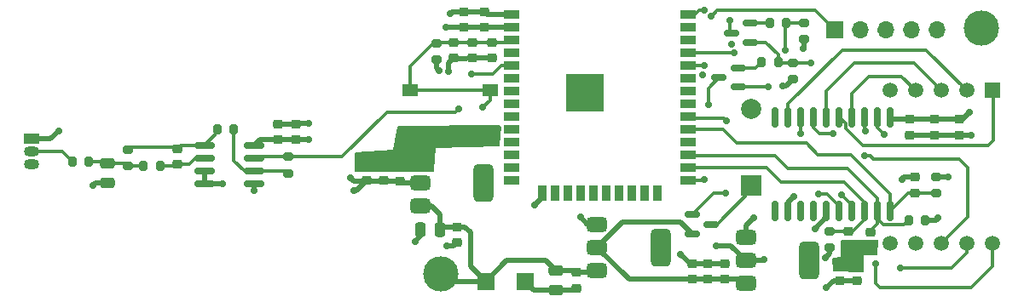
<source format=gbr>
%TF.GenerationSoftware,KiCad,Pcbnew,8.0.2*%
%TF.CreationDate,2024-05-19T20:09:33-03:00*%
%TF.ProjectId,Diseno1,44697365-6e6f-4312-9e6b-696361645f70,01*%
%TF.SameCoordinates,Original*%
%TF.FileFunction,Copper,L1,Top*%
%TF.FilePolarity,Positive*%
%FSLAX46Y46*%
G04 Gerber Fmt 4.6, Leading zero omitted, Abs format (unit mm)*
G04 Created by KiCad (PCBNEW 8.0.2) date 2024-05-19 20:09:33*
%MOMM*%
%LPD*%
G01*
G04 APERTURE LIST*
G04 Aperture macros list*
%AMRoundRect*
0 Rectangle with rounded corners*
0 $1 Rounding radius*
0 $2 $3 $4 $5 $6 $7 $8 $9 X,Y pos of 4 corners*
0 Add a 4 corners polygon primitive as box body*
4,1,4,$2,$3,$4,$5,$6,$7,$8,$9,$2,$3,0*
0 Add four circle primitives for the rounded corners*
1,1,$1+$1,$2,$3*
1,1,$1+$1,$4,$5*
1,1,$1+$1,$6,$7*
1,1,$1+$1,$8,$9*
0 Add four rect primitives between the rounded corners*
20,1,$1+$1,$2,$3,$4,$5,0*
20,1,$1+$1,$4,$5,$6,$7,0*
20,1,$1+$1,$6,$7,$8,$9,0*
20,1,$1+$1,$8,$9,$2,$3,0*%
G04 Aperture macros list end*
%TA.AperFunction,SMDPad,CuDef*%
%ADD10RoundRect,0.200000X-0.275000X0.200000X-0.275000X-0.200000X0.275000X-0.200000X0.275000X0.200000X0*%
%TD*%
%TA.AperFunction,SMDPad,CuDef*%
%ADD11RoundRect,0.225000X-0.250000X0.225000X-0.250000X-0.225000X0.250000X-0.225000X0.250000X0.225000X0*%
%TD*%
%TA.AperFunction,SMDPad,CuDef*%
%ADD12RoundRect,0.150000X-0.150000X0.875000X-0.150000X-0.875000X0.150000X-0.875000X0.150000X0.875000X0*%
%TD*%
%TA.AperFunction,SMDPad,CuDef*%
%ADD13RoundRect,0.200000X0.275000X-0.200000X0.275000X0.200000X-0.275000X0.200000X-0.275000X-0.200000X0*%
%TD*%
%TA.AperFunction,SMDPad,CuDef*%
%ADD14RoundRect,0.225000X0.250000X-0.225000X0.250000X0.225000X-0.250000X0.225000X-0.250000X-0.225000X0*%
%TD*%
%TA.AperFunction,SMDPad,CuDef*%
%ADD15RoundRect,0.200000X-0.200000X-0.275000X0.200000X-0.275000X0.200000X0.275000X-0.200000X0.275000X0*%
%TD*%
%TA.AperFunction,SMDPad,CuDef*%
%ADD16RoundRect,0.250000X-0.475000X0.250000X-0.475000X-0.250000X0.475000X-0.250000X0.475000X0.250000X0*%
%TD*%
%TA.AperFunction,SMDPad,CuDef*%
%ADD17RoundRect,0.200000X0.200000X0.275000X-0.200000X0.275000X-0.200000X-0.275000X0.200000X-0.275000X0*%
%TD*%
%TA.AperFunction,ComponentPad*%
%ADD18R,1.700000X1.700000*%
%TD*%
%TA.AperFunction,SMDPad,CuDef*%
%ADD19RoundRect,0.150000X-0.587500X-0.150000X0.587500X-0.150000X0.587500X0.150000X-0.587500X0.150000X0*%
%TD*%
%TA.AperFunction,SMDPad,CuDef*%
%ADD20RoundRect,0.375000X-0.625000X-0.375000X0.625000X-0.375000X0.625000X0.375000X-0.625000X0.375000X0*%
%TD*%
%TA.AperFunction,SMDPad,CuDef*%
%ADD21RoundRect,0.500000X-0.500000X-1.400000X0.500000X-1.400000X0.500000X1.400000X-0.500000X1.400000X0*%
%TD*%
%TA.AperFunction,ComponentPad*%
%ADD22R,1.500000X1.500000*%
%TD*%
%TA.AperFunction,ComponentPad*%
%ADD23C,1.500000*%
%TD*%
%TA.AperFunction,SMDPad,CuDef*%
%ADD24RoundRect,0.150000X-0.825000X-0.150000X0.825000X-0.150000X0.825000X0.150000X-0.825000X0.150000X0*%
%TD*%
%TA.AperFunction,ComponentPad*%
%ADD25O,1.700000X1.700000*%
%TD*%
%TA.AperFunction,SMDPad,CuDef*%
%ADD26RoundRect,0.150000X0.587500X0.150000X-0.587500X0.150000X-0.587500X-0.150000X0.587500X-0.150000X0*%
%TD*%
%TA.AperFunction,ComponentPad*%
%ADD27C,3.500000*%
%TD*%
%TA.AperFunction,SMDPad,CuDef*%
%ADD28R,1.550000X1.300000*%
%TD*%
%TA.AperFunction,ComponentPad*%
%ADD29R,1.500000X1.050000*%
%TD*%
%TA.AperFunction,ComponentPad*%
%ADD30O,1.500000X1.050000*%
%TD*%
%TA.AperFunction,SMDPad,CuDef*%
%ADD31RoundRect,0.250000X0.250000X0.475000X-0.250000X0.475000X-0.250000X-0.475000X0.250000X-0.475000X0*%
%TD*%
%TA.AperFunction,SMDPad,CuDef*%
%ADD32R,1.500000X0.900000*%
%TD*%
%TA.AperFunction,SMDPad,CuDef*%
%ADD33R,0.900000X1.500000*%
%TD*%
%TA.AperFunction,SMDPad,CuDef*%
%ADD34R,0.900000X0.900000*%
%TD*%
%TA.AperFunction,HeatsinkPad*%
%ADD35C,0.600000*%
%TD*%
%TA.AperFunction,SMDPad,CuDef*%
%ADD36R,3.800000X3.800000*%
%TD*%
%TA.AperFunction,ComponentPad*%
%ADD37R,2.000000X2.000000*%
%TD*%
%TA.AperFunction,ComponentPad*%
%ADD38C,2.000000*%
%TD*%
%TA.AperFunction,ViaPad*%
%ADD39C,0.700000*%
%TD*%
%TA.AperFunction,Conductor*%
%ADD40C,0.300000*%
%TD*%
%TA.AperFunction,Conductor*%
%ADD41C,0.500000*%
%TD*%
%TA.AperFunction,Conductor*%
%ADD42C,0.200000*%
%TD*%
G04 APERTURE END LIST*
D10*
%TO.P,R10,1*%
%TO.N,/EN*%
X74710000Y-89450000D03*
%TO.P,R10,2*%
%TO.N,VDD*%
X74710000Y-91100000D03*
%TD*%
D11*
%TO.P,C26,1*%
%TO.N,VDD*%
X124100000Y-97065000D03*
%TO.P,C26,2*%
%TO.N,GND*%
X124100000Y-98615000D03*
%TD*%
D12*
%TO.P,U8,1,VDD*%
%TO.N,VDD*%
X119750000Y-96850000D03*
%TO.P,U8,2,SEG1*%
%TO.N,Net-(U7-A)*%
X118480000Y-96850000D03*
%TO.P,U8,3,SEG2*%
%TO.N,Net-(U7-B)*%
X117210000Y-96850000D03*
%TO.P,U8,4,SEG3*%
%TO.N,Net-(U7-C)*%
X115940000Y-96850000D03*
%TO.P,U8,5,SEG4*%
%TO.N,Net-(U7-D)*%
X114670000Y-96850000D03*
%TO.P,U8,6,SEG5*%
%TO.N,Net-(U7-E)*%
X113400000Y-96850000D03*
%TO.P,U8,7,SEG6*%
%TO.N,Net-(U7-F)*%
X112130000Y-96850000D03*
%TO.P,U8,8,SEG7*%
%TO.N,Net-(U7-G)*%
X110860000Y-96850000D03*
%TO.P,U8,9,SEG8*%
%TO.N,Net-(U7-DP)*%
X109590000Y-96850000D03*
%TO.P,U8,10,SEG13/GRID6*%
%TO.N,unconnected-(U8-SEG13{slash}GRID6-Pad10)*%
X108320000Y-96850000D03*
%TO.P,U8,11,SEG14/GRID5*%
%TO.N,unconnected-(U8-SEG14{slash}GRID5-Pad11)*%
X108320000Y-106150000D03*
%TO.P,U8,12,GND*%
%TO.N,GND*%
X109590000Y-106150000D03*
%TO.P,U8,13,GRID4*%
%TO.N,unconnected-(U8-GRID4-Pad13)*%
X110860000Y-106150000D03*
%TO.P,U8,14,GRID3*%
%TO.N,unconnected-(U8-GRID3-Pad14)*%
X112130000Y-106150000D03*
%TO.P,U8,15,VSS*%
%TO.N,GND*%
X113400000Y-106150000D03*
%TO.P,U8,16,GRID2*%
%TO.N,Net-(U7-DIG2)*%
X114670000Y-106150000D03*
%TO.P,U8,17,GRID1*%
%TO.N,Net-(U7-DIG1)*%
X115940000Y-106150000D03*
%TO.P,U8,18,DIN*%
%TO.N,/DIN*%
X117210000Y-106150000D03*
%TO.P,U8,19,CLK*%
%TO.N,/CLK*%
X118480000Y-106150000D03*
%TO.P,U8,20,STB*%
%TO.N,/STB*%
X119750000Y-106150000D03*
%TD*%
D11*
%TO.P,C10,1*%
%TO.N,Net-(J2-Pin_1)*%
X76730000Y-107745000D03*
%TO.P,C10,2*%
%TO.N,GND*%
X76730000Y-109295000D03*
%TD*%
D13*
%TO.P,R5,1*%
%TO.N,Net-(U2B--)*%
X59930000Y-102405000D03*
%TO.P,R5,2*%
%TO.N,/SENSOR_VN*%
X59930000Y-100755000D03*
%TD*%
D14*
%TO.P,C4,1*%
%TO.N,+5V*%
X60670000Y-99055000D03*
%TO.P,C4,2*%
%TO.N,GND*%
X60670000Y-97505000D03*
%TD*%
%TO.P,C5,1*%
%TO.N,+5V*%
X71040000Y-103165000D03*
%TO.P,C5,2*%
%TO.N,GND*%
X71040000Y-101615000D03*
%TD*%
D10*
%TO.P,R8,1*%
%TO.N,/U0RTS*%
X110060000Y-91435000D03*
%TO.P,R8,2*%
%TO.N,VDD*%
X110060000Y-93085000D03*
%TD*%
D15*
%TO.P,R1,1*%
%TO.N,Net-(U1-V_{OUT})*%
X38505000Y-101300000D03*
%TO.P,R1,2*%
%TO.N,Net-(C1-Pad1)*%
X40155000Y-101300000D03*
%TD*%
D11*
%TO.P,C19,1*%
%TO.N,/EN*%
X76390000Y-89405000D03*
%TO.P,C19,2*%
%TO.N,GND*%
X76390000Y-90955000D03*
%TD*%
D14*
%TO.P,C3,1*%
%TO.N,+5V*%
X58960000Y-99045000D03*
%TO.P,C3,2*%
%TO.N,GND*%
X58960000Y-97495000D03*
%TD*%
D11*
%TO.P,C21,1*%
%TO.N,/EN*%
X80200000Y-89375000D03*
%TO.P,C21,2*%
%TO.N,GND*%
X80200000Y-90925000D03*
%TD*%
D13*
%TO.P,R11,1*%
%TO.N,/STB*%
X124325000Y-104400000D03*
%TO.P,R11,2*%
%TO.N,VDD*%
X124325000Y-102750000D03*
%TD*%
D14*
%TO.P,C6,1*%
%TO.N,+5V*%
X69395000Y-103155000D03*
%TO.P,C6,2*%
%TO.N,GND*%
X69395000Y-101605000D03*
%TD*%
D16*
%TO.P,C13,1*%
%TO.N,Net-(J2-Pin_1)*%
X86550000Y-112112500D03*
%TO.P,C13,2*%
%TO.N,GND*%
X86550000Y-114012500D03*
%TD*%
D17*
%TO.P,R6,1*%
%TO.N,/U0RTS*%
X108595000Y-91340000D03*
%TO.P,R6,2*%
%TO.N,Net-(Q1-B)*%
X106945000Y-91340000D03*
%TD*%
D18*
%TO.P,J2,1,Pin_1*%
%TO.N,Net-(J2-Pin_1)*%
X79590000Y-113170000D03*
%TD*%
D17*
%TO.P,R9,1*%
%TO.N,/U0DTR*%
X109395000Y-87490000D03*
%TO.P,R9,2*%
%TO.N,Net-(Q2-B)*%
X107745000Y-87490000D03*
%TD*%
D11*
%TO.P,C20,1*%
%TO.N,/EN*%
X78220000Y-89415000D03*
%TO.P,C20,2*%
%TO.N,GND*%
X78220000Y-90965000D03*
%TD*%
D10*
%TO.P,R7,1*%
%TO.N,/U0DTR*%
X111150000Y-87445000D03*
%TO.P,R7,2*%
%TO.N,VDD*%
X111150000Y-89095000D03*
%TD*%
D19*
%TO.P,Q3,1,G*%
%TO.N,/GATEQ3*%
X100042500Y-106550000D03*
%TO.P,Q3,2,S*%
%TO.N,/BZ*%
X100042500Y-108450000D03*
%TO.P,Q3,3,D*%
%TO.N,Net-(BZ1-+)*%
X101917500Y-107500000D03*
%TD*%
D20*
%TO.P,U3,1,GND*%
%TO.N,GND*%
X73050000Y-101100000D03*
%TO.P,U3,2,VO*%
%TO.N,+5V*%
X73050000Y-103400000D03*
%TO.P,U3,3,VI*%
%TO.N,Net-(J2-Pin_1)*%
X73050000Y-105700000D03*
D21*
%TO.P,U3,4*%
%TO.N,N/C*%
X79350000Y-103400000D03*
%TD*%
D22*
%TO.P,U7,1,D*%
%TO.N,Net-(U7-D)*%
X129861014Y-94183463D03*
D23*
%TO.P,U7,2,DP*%
%TO.N,Net-(U7-DP)*%
X127321014Y-94183463D03*
%TO.P,U7,3,E*%
%TO.N,Net-(U7-E)*%
X124781014Y-94183463D03*
%TO.P,U7,4,C*%
%TO.N,Net-(U7-C)*%
X122241014Y-94183463D03*
%TO.P,U7,5,DIG2*%
%TO.N,Net-(U7-DIG2)*%
X119701014Y-94183463D03*
%TO.P,U7,6,B*%
%TO.N,Net-(U7-B)*%
X119701014Y-109423000D03*
%TO.P,U7,7,A*%
%TO.N,Net-(U7-A)*%
X122241014Y-109423000D03*
%TO.P,U7,8,F*%
%TO.N,Net-(U7-F)*%
X124781014Y-109423000D03*
%TO.P,U7,9,G*%
%TO.N,Net-(U7-G)*%
X127321014Y-109423000D03*
%TO.P,U7,10,DIG1*%
%TO.N,Net-(U7-DIG1)*%
X129861014Y-109423000D03*
%TD*%
D24*
%TO.P,U2,1*%
%TO.N,Net-(C2-Pad1)*%
X51615000Y-99625000D03*
%TO.P,U2,2,-*%
%TO.N,Net-(U2A--)*%
X51615000Y-100895000D03*
%TO.P,U2,3,+*%
%TO.N,GND*%
X51615000Y-102165000D03*
%TO.P,U2,4,V-*%
X51615000Y-103435000D03*
%TO.P,U2,5,+*%
X56565000Y-103435000D03*
%TO.P,U2,6,-*%
%TO.N,Net-(U2B--)*%
X56565000Y-102165000D03*
%TO.P,U2,7*%
%TO.N,/SENSOR_VN*%
X56565000Y-100895000D03*
%TO.P,U2,8,V+*%
%TO.N,+5V*%
X56565000Y-99625000D03*
%TD*%
D15*
%TO.P,R12,1*%
%TO.N,/CLK*%
X121550000Y-107075000D03*
%TO.P,R12,2*%
%TO.N,VDD*%
X123200000Y-107075000D03*
%TD*%
D11*
%TO.P,C24,1*%
%TO.N,/DIN*%
X115570000Y-108235000D03*
%TO.P,C24,2*%
%TO.N,GND*%
X115570000Y-109785000D03*
%TD*%
D18*
%TO.P,J1,1,Pin_1*%
%TO.N,/ESPRX2FTDI*%
X114190000Y-88140000D03*
D25*
%TO.P,J1,2,Pin_2*%
%TO.N,/ESPTX2FTDI*%
X116730000Y-88140000D03*
%TO.P,J1,3,Pin_3*%
%TO.N,GND*%
X119270000Y-88140000D03*
%TO.P,J1,4,Pin_4*%
%TO.N,/U0RTS*%
X121810000Y-88140000D03*
%TO.P,J1,5,Pin_5*%
%TO.N,/U0DTR*%
X124350000Y-88140000D03*
%TD*%
D14*
%TO.P,C7,1*%
%TO.N,+5V*%
X67750000Y-103125000D03*
%TO.P,C7,2*%
%TO.N,GND*%
X67750000Y-101575000D03*
%TD*%
%TO.P,C15,1*%
%TO.N,/BZ*%
X101640000Y-112975000D03*
%TO.P,C15,2*%
%TO.N,GND*%
X101640000Y-111425000D03*
%TD*%
D26*
%TO.P,Q2,1,E*%
%TO.N,/U0RTS*%
X105817500Y-89390000D03*
%TO.P,Q2,2,B*%
%TO.N,Net-(Q2-B)*%
X105817500Y-87490000D03*
%TO.P,Q2,3,C*%
%TO.N,/EN*%
X103942500Y-88440000D03*
%TD*%
D27*
%TO.P,H2,1,1*%
%TO.N,Net-(J2-Pin_1)*%
X75140000Y-112400000D03*
%TD*%
D14*
%TO.P,C17,1*%
%TO.N,VDD*%
X116380000Y-113085000D03*
%TO.P,C17,2*%
%TO.N,GND*%
X116380000Y-111535000D03*
%TD*%
D11*
%TO.P,C12,1*%
%TO.N,Net-(J2-Pin_1)*%
X88550000Y-112287500D03*
%TO.P,C12,2*%
%TO.N,GND*%
X88550000Y-113837500D03*
%TD*%
D18*
%TO.P,J3,1,Pin_1*%
%TO.N,GND*%
X83510000Y-113190000D03*
%TD*%
D11*
%TO.P,C25,1*%
%TO.N,VDD*%
X126580000Y-97065000D03*
%TO.P,C25,2*%
%TO.N,GND*%
X126580000Y-98615000D03*
%TD*%
D28*
%TO.P,SW1,1,1*%
%TO.N,/EN*%
X72050000Y-94110000D03*
X80010000Y-94110000D03*
%TO.P,SW1,2,2*%
%TO.N,GND*%
X72050000Y-98610000D03*
X80010000Y-98610000D03*
%TD*%
D29*
%TO.P,U1,1,+V_{S}*%
%TO.N,+5V*%
X34500000Y-99000000D03*
D30*
%TO.P,U1,2,V_{OUT}*%
%TO.N,Net-(U1-V_{OUT})*%
X34500000Y-100270000D03*
%TO.P,U1,3,GND*%
%TO.N,GND*%
X34500000Y-101540000D03*
%TD*%
D27*
%TO.P,H1,1,1*%
%TO.N,GND*%
X128810000Y-88000000D03*
%TD*%
D20*
%TO.P,U4,1,GND*%
%TO.N,GND*%
X90630000Y-107500000D03*
%TO.P,U4,2,VO*%
%TO.N,/BZ*%
X90630000Y-109800000D03*
%TO.P,U4,3,VI*%
%TO.N,Net-(J2-Pin_1)*%
X90630000Y-112100000D03*
D21*
%TO.P,U4,4*%
%TO.N,N/C*%
X96930000Y-109800000D03*
%TD*%
D26*
%TO.P,Q1,1,E*%
%TO.N,/U0DTR*%
X104607500Y-93850000D03*
%TO.P,Q1,2,B*%
%TO.N,Net-(Q1-B)*%
X104607500Y-91950000D03*
%TO.P,Q1,3,C*%
%TO.N,/BOOT*%
X102732500Y-92900000D03*
%TD*%
D14*
%TO.P,C14,1*%
%TO.N,/BZ*%
X100090000Y-112975000D03*
%TO.P,C14,2*%
%TO.N,GND*%
X100090000Y-111425000D03*
%TD*%
D15*
%TO.P,R4,1*%
%TO.N,Net-(C2-Pad1)*%
X52915000Y-98060000D03*
%TO.P,R4,2*%
%TO.N,Net-(U2B--)*%
X54565000Y-98060000D03*
%TD*%
D20*
%TO.P,U6,1,GND*%
%TO.N,GND*%
X105380000Y-108757500D03*
%TO.P,U6,2,VO*%
%TO.N,VDD*%
X105380000Y-111057500D03*
%TO.P,U6,3,VI*%
%TO.N,/BZ*%
X105380000Y-113357500D03*
D21*
%TO.P,U6,4*%
%TO.N,N/C*%
X111680000Y-111057500D03*
%TD*%
D11*
%TO.P,C23,1*%
%TO.N,/CLK*%
X117790000Y-108295000D03*
%TO.P,C23,2*%
%TO.N,GND*%
X117790000Y-109845000D03*
%TD*%
D14*
%TO.P,C9,1*%
%TO.N,VDD*%
X77420000Y-87915000D03*
%TO.P,C9,2*%
%TO.N,GND*%
X77420000Y-86365000D03*
%TD*%
D31*
%TO.P,C8,1*%
%TO.N,Net-(J2-Pin_1)*%
X75010000Y-108020000D03*
%TO.P,C8,2*%
%TO.N,GND*%
X73110000Y-108020000D03*
%TD*%
D14*
%TO.P,C16,1*%
%TO.N,/BZ*%
X103320000Y-112975000D03*
%TO.P,C16,2*%
%TO.N,GND*%
X103320000Y-111425000D03*
%TD*%
D32*
%TO.P,U5,1,GND*%
%TO.N,GND*%
X82140000Y-86640000D03*
%TO.P,U5,2,VDD*%
%TO.N,VDD*%
X82140000Y-87910000D03*
%TO.P,U5,3,EN*%
%TO.N,/EN*%
X82140000Y-89180000D03*
%TO.P,U5,4,SENSOR_VP*%
%TO.N,unconnected-(U5-SENSOR_VP-Pad4)*%
X82140000Y-90450000D03*
%TO.P,U5,5,SENSOR_VN*%
%TO.N,/SENSOR_VN*%
X82140000Y-91720000D03*
%TO.P,U5,6,IO34*%
%TO.N,unconnected-(U5-IO34-Pad6)*%
X82140000Y-92990000D03*
%TO.P,U5,7,IO35*%
%TO.N,unconnected-(U5-IO35-Pad7)*%
X82140000Y-94260000D03*
%TO.P,U5,8,IO32*%
%TO.N,unconnected-(U5-IO32-Pad8)*%
X82140000Y-95530000D03*
%TO.P,U5,9,IO33*%
%TO.N,unconnected-(U5-IO33-Pad9)*%
X82140000Y-96800000D03*
%TO.P,U5,10,IO25*%
%TO.N,unconnected-(U5-IO25-Pad10)*%
X82140000Y-98070000D03*
%TO.P,U5,11,IO26*%
%TO.N,unconnected-(U5-IO26-Pad11)*%
X82140000Y-99340000D03*
%TO.P,U5,12,IO27*%
%TO.N,unconnected-(U5-IO27-Pad12)*%
X82140000Y-100610000D03*
%TO.P,U5,13,IO14*%
%TO.N,unconnected-(U5-IO14-Pad13)*%
X82140000Y-101880000D03*
%TO.P,U5,14,IO12*%
%TO.N,unconnected-(U5-IO12-Pad14)*%
X82140000Y-103150000D03*
D33*
%TO.P,U5,15,GND*%
%TO.N,GND*%
X85180000Y-104400000D03*
%TO.P,U5,16,IO13*%
%TO.N,unconnected-(U5-IO13-Pad16)*%
X86450000Y-104400000D03*
%TO.P,U5,17,NC*%
%TO.N,unconnected-(U5-NC-Pad17)*%
X87720000Y-104400000D03*
%TO.P,U5,18,NC*%
%TO.N,unconnected-(U5-NC-Pad18)*%
X88990000Y-104400000D03*
%TO.P,U5,19,NC*%
%TO.N,unconnected-(U5-NC-Pad19)*%
X90260000Y-104400000D03*
%TO.P,U5,20,NC*%
%TO.N,unconnected-(U5-NC-Pad20)*%
X91530000Y-104400000D03*
%TO.P,U5,21,NC*%
%TO.N,unconnected-(U5-NC-Pad21)*%
X92800000Y-104400000D03*
%TO.P,U5,22,NC*%
%TO.N,unconnected-(U5-NC-Pad22)*%
X94070000Y-104400000D03*
%TO.P,U5,23,IO15*%
%TO.N,unconnected-(U5-IO15-Pad23)*%
X95340000Y-104400000D03*
%TO.P,U5,24,IO2*%
%TO.N,unconnected-(U5-IO2-Pad24)*%
X96610000Y-104400000D03*
D32*
%TO.P,U5,25,IO0*%
%TO.N,/BOOT*%
X99640000Y-103150000D03*
%TO.P,U5,26,IO4*%
%TO.N,/DIN*%
X99640000Y-101880000D03*
%TO.P,U5,27,IO16*%
%TO.N,/CLK*%
X99640000Y-100610000D03*
%TO.P,U5,28,IO17*%
%TO.N,unconnected-(U5-IO17-Pad28)*%
X99640000Y-99340000D03*
%TO.P,U5,29,IO5*%
%TO.N,/STB*%
X99640000Y-98070000D03*
%TO.P,U5,30,IO18*%
%TO.N,/GATEQ3*%
X99640000Y-96800000D03*
%TO.P,U5,31,IO19*%
%TO.N,unconnected-(U5-IO19-Pad31)*%
X99640000Y-95530000D03*
%TO.P,U5,32,NC*%
%TO.N,unconnected-(U5-NC-Pad32)*%
X99640000Y-94260000D03*
%TO.P,U5,33,IO21*%
%TO.N,unconnected-(U5-IO21-Pad33)*%
X99640000Y-92990000D03*
%TO.P,U5,34,RXD0/IO3*%
%TO.N,/ESPRX2FTDI*%
X99640000Y-91720000D03*
%TO.P,U5,35,TXD0/IO1*%
%TO.N,/ESPTX2FTDI*%
X99640000Y-90450000D03*
%TO.P,U5,36,IO22*%
%TO.N,unconnected-(U5-IO22-Pad36)*%
X99640000Y-89180000D03*
%TO.P,U5,37,IO23*%
%TO.N,unconnected-(U5-IO23-Pad37)*%
X99640000Y-87910000D03*
%TO.P,U5,38,GND*%
%TO.N,GND*%
X99640000Y-86640000D03*
D34*
%TO.P,U5,39,GND*%
X87990000Y-92960000D03*
D35*
X87990000Y-93660000D03*
D34*
X87990000Y-94360000D03*
D35*
X87990000Y-95060000D03*
D34*
X87990000Y-95760000D03*
D35*
X88690000Y-92960000D03*
X88690000Y-94360000D03*
X88690000Y-95760000D03*
X89365000Y-93660000D03*
X89365000Y-95060000D03*
D34*
X89390000Y-92960000D03*
X89390000Y-94360000D03*
D36*
X89390000Y-94360000D03*
D34*
X89390000Y-95760000D03*
D35*
X90090000Y-92960000D03*
X90090000Y-94360000D03*
X90090000Y-95760000D03*
D34*
X90790000Y-92960000D03*
D35*
X90790000Y-93660000D03*
D34*
X90790000Y-94360000D03*
D35*
X90790000Y-95060000D03*
D34*
X90790000Y-95760000D03*
%TD*%
D16*
%TO.P,C1,1*%
%TO.N,Net-(C1-Pad1)*%
X42030000Y-101450000D03*
%TO.P,C1,2*%
%TO.N,GND*%
X42030000Y-103350000D03*
%TD*%
D15*
%TO.P,R2,1*%
%TO.N,Net-(C1-Pad1)*%
X45575000Y-101680000D03*
%TO.P,R2,2*%
%TO.N,Net-(U2A--)*%
X47225000Y-101680000D03*
%TD*%
D14*
%TO.P,C22,1*%
%TO.N,/STB*%
X122200000Y-104375000D03*
%TO.P,C22,2*%
%TO.N,GND*%
X122200000Y-102825000D03*
%TD*%
%TO.P,C18,1*%
%TO.N,VDD*%
X114750000Y-113095000D03*
%TO.P,C18,2*%
%TO.N,GND*%
X114750000Y-111545000D03*
%TD*%
D10*
%TO.P,R13,1*%
%TO.N,/DIN*%
X113740000Y-108195000D03*
%TO.P,R13,2*%
%TO.N,VDD*%
X113740000Y-109845000D03*
%TD*%
D11*
%TO.P,C2,1*%
%TO.N,Net-(C2-Pad1)*%
X48950000Y-99985000D03*
%TO.P,C2,2*%
%TO.N,Net-(U2A--)*%
X48950000Y-101535000D03*
%TD*%
D14*
%TO.P,C11,1*%
%TO.N,VDD*%
X79420000Y-87915000D03*
%TO.P,C11,2*%
%TO.N,GND*%
X79420000Y-86365000D03*
%TD*%
D11*
%TO.P,C27,1*%
%TO.N,VDD*%
X121650000Y-97065000D03*
%TO.P,C27,2*%
%TO.N,GND*%
X121650000Y-98615000D03*
%TD*%
D13*
%TO.P,R3,1*%
%TO.N,Net-(C1-Pad1)*%
X44070000Y-101685000D03*
%TO.P,R3,2*%
%TO.N,Net-(C2-Pad1)*%
X44070000Y-100035000D03*
%TD*%
D37*
%TO.P,BZ1,1,+*%
%TO.N,Net-(BZ1-+)*%
X105940000Y-103600000D03*
D38*
%TO.P,BZ1,2,-*%
%TO.N,GND*%
X105940000Y-96000000D03*
%TD*%
D39*
%TO.N,GND*%
X70990000Y-100340000D03*
X89000000Y-106800000D03*
X75710000Y-109680000D03*
X75870000Y-92280000D03*
X120875000Y-103050000D03*
X84400000Y-105600000D03*
X98930000Y-110450000D03*
X40520000Y-103610000D03*
X101070000Y-92660000D03*
X103970000Y-89550000D03*
X127760000Y-98615000D03*
X77750000Y-98750000D03*
X116650000Y-109700000D03*
X76070000Y-86490000D03*
X56570000Y-104160000D03*
X110180000Y-104770000D03*
X72520000Y-109200000D03*
X101269426Y-86215021D03*
X106180000Y-106820000D03*
X61960000Y-97440000D03*
X115510000Y-110700000D03*
X53420000Y-103450000D03*
X112260000Y-107930000D03*
%TO.N,+5V*%
X37180000Y-98180000D03*
X62010000Y-99030000D03*
X66110000Y-102830000D03*
X66480000Y-104120000D03*
%TO.N,VDD*%
X124500000Y-106850000D03*
X102490000Y-109600000D03*
X74973423Y-92201550D03*
X75570000Y-87915000D03*
X109050000Y-93730000D03*
X113320000Y-110820000D03*
X125450000Y-102800000D03*
X107210000Y-111010000D03*
X111080000Y-90040000D03*
X127600000Y-96350000D03*
X113400000Y-113820000D03*
%TO.N,/EN*%
X79290000Y-95860000D03*
X103800000Y-87240000D03*
%TO.N,/BOOT*%
X101250000Y-103010000D03*
X101670000Y-95550000D03*
%TO.N,/U0DTR*%
X107590000Y-93840000D03*
X109320000Y-90190000D03*
%TO.N,/U0RTS*%
X111860000Y-91400000D03*
%TO.N,/GATEQ3*%
X103350000Y-104400000D03*
X103460000Y-97160000D03*
%TO.N,/SENSOR_VN*%
X78130000Y-92540000D03*
X76870000Y-96020000D03*
%TO.N,/ESPTX2FTDI*%
X104230000Y-90450000D03*
%TO.N,/ESPRX2FTDI*%
X101270000Y-91700000D03*
X101970000Y-86780000D03*
%TO.N,Net-(U7-DIG1)*%
X118280000Y-111410000D03*
X114930000Y-104550000D03*
%TO.N,Net-(U7-F)*%
X114025000Y-98475000D03*
X117190000Y-100675000D03*
%TO.N,Net-(U7-DIG2)*%
X112580000Y-104510000D03*
%TO.N,Net-(U7-B)*%
X117230000Y-98220000D03*
%TO.N,Net-(U7-A)*%
X119100000Y-98530000D03*
%TO.N,Net-(U7-G)*%
X110870000Y-98470000D03*
X120770000Y-111870000D03*
%TD*%
D40*
%TO.N,/U0DTR*%
X109320000Y-90190000D02*
X109320000Y-87565000D01*
X109320000Y-87565000D02*
X109395000Y-87490000D01*
%TO.N,Net-(U7-F)*%
X127425000Y-106779014D02*
X124781014Y-109423000D01*
X127425000Y-101850000D02*
X127425000Y-106779014D01*
X126550000Y-100975000D02*
X127425000Y-101850000D01*
X117735000Y-100675000D02*
X118035000Y-100975000D01*
X118035000Y-100975000D02*
X126550000Y-100975000D01*
X117190000Y-100675000D02*
X117735000Y-100675000D01*
%TO.N,/CLK*%
X108300000Y-100660000D02*
X99690000Y-100660000D01*
X109590000Y-101950000D02*
X108300000Y-100660000D01*
X99690000Y-100660000D02*
X99640000Y-100610000D01*
X115520000Y-101950000D02*
X109590000Y-101950000D01*
X118480000Y-104910000D02*
X115520000Y-101950000D01*
X118480000Y-106150000D02*
X118480000Y-104910000D01*
D41*
%TO.N,VDD*%
X74710000Y-91938127D02*
X74710000Y-91100000D01*
X74973423Y-92201550D02*
X74710000Y-91938127D01*
X111150000Y-89970000D02*
X111150000Y-89095000D01*
X111080000Y-90040000D02*
X111150000Y-89970000D01*
%TO.N,GND*%
X60585000Y-97440000D02*
X60520000Y-97505000D01*
X60735000Y-97440000D02*
X60670000Y-97505000D01*
X56565000Y-103435000D02*
X56565000Y-104155000D01*
X61895000Y-97505000D02*
X61960000Y-97440000D01*
X75870000Y-91430000D02*
X76315000Y-90985000D01*
X73110000Y-108020000D02*
X73110000Y-108610000D01*
D40*
X101269426Y-86215021D02*
X100734979Y-86215021D01*
D41*
X53405000Y-103435000D02*
X53420000Y-103450000D01*
D40*
X118940000Y-88290000D02*
X118610000Y-88290000D01*
D41*
X122200000Y-102825000D02*
X121100000Y-102825000D01*
X89000000Y-106800000D02*
X89700000Y-107500000D01*
X85180000Y-104400000D02*
X85180000Y-104820000D01*
X79420000Y-86365000D02*
X77420000Y-86365000D01*
X112260000Y-107930000D02*
X113400000Y-106790000D01*
X80200000Y-90925000D02*
X77935000Y-90925000D01*
X42030000Y-103350000D02*
X40780000Y-103350000D01*
X99905000Y-111425000D02*
X98930000Y-110450000D01*
X86550000Y-114012500D02*
X88375000Y-114012500D01*
X109590000Y-105360000D02*
X110180000Y-104770000D01*
X61960000Y-97440000D02*
X60735000Y-97440000D01*
X101680000Y-111405000D02*
X100090000Y-111405000D01*
X100090000Y-111425000D02*
X99905000Y-111425000D01*
X103290000Y-111445000D02*
X101720000Y-111445000D01*
X60510000Y-97495000D02*
X60520000Y-97505000D01*
X51615000Y-103435000D02*
X53405000Y-103435000D01*
X58970000Y-97505000D02*
X58960000Y-97495000D01*
D40*
X100734979Y-86215021D02*
X100310000Y-86640000D01*
D41*
X84332500Y-114012500D02*
X83510000Y-113190000D01*
X77935000Y-90925000D02*
X77905000Y-90955000D01*
X75710000Y-109680000D02*
X76345000Y-109680000D01*
X51615000Y-102165000D02*
X51615000Y-103435000D01*
X73110000Y-108610000D02*
X72520000Y-109200000D01*
X79325000Y-86490000D02*
X79280000Y-86535000D01*
X72535000Y-101615000D02*
X73050000Y-101100000D01*
D42*
X117880000Y-109785000D02*
X117890000Y-109795000D01*
D41*
X76195000Y-86365000D02*
X77420000Y-86365000D01*
X121100000Y-102825000D02*
X120875000Y-103050000D01*
X124100000Y-98615000D02*
X121650000Y-98615000D01*
X76345000Y-109680000D02*
X76730000Y-109295000D01*
X60670000Y-97505000D02*
X58970000Y-97505000D01*
X85180000Y-104820000D02*
X84400000Y-105600000D01*
X86550000Y-114012500D02*
X84332500Y-114012500D01*
X89700000Y-107500000D02*
X90630000Y-107500000D01*
X109590000Y-106150000D02*
X109590000Y-105360000D01*
X56565000Y-104155000D02*
X56570000Y-104160000D01*
X88375000Y-114012500D02*
X88550000Y-113837500D01*
X79695000Y-86640000D02*
X79420000Y-86365000D01*
X76315000Y-90985000D02*
X77670000Y-90985000D01*
X113400000Y-106790000D02*
X113400000Y-106150000D01*
X126580000Y-98615000D02*
X124100000Y-98615000D01*
X82140000Y-86640000D02*
X79695000Y-86640000D01*
X105380000Y-108757500D02*
X105380000Y-107620000D01*
X75870000Y-92280000D02*
X75870000Y-91430000D01*
X105380000Y-107620000D02*
X106180000Y-106820000D01*
X40780000Y-103350000D02*
X40520000Y-103610000D01*
X127760000Y-98615000D02*
X126580000Y-98615000D01*
D42*
X114760000Y-111535000D02*
X114750000Y-111545000D01*
D41*
X76070000Y-86490000D02*
X76195000Y-86365000D01*
D40*
X100310000Y-86640000D02*
X99640000Y-86640000D01*
%TO.N,Net-(BZ1-+)*%
X102500000Y-107500000D02*
X105940000Y-104060000D01*
X105940000Y-104060000D02*
X105940000Y-103600000D01*
X101917500Y-107500000D02*
X102500000Y-107500000D01*
%TO.N,Net-(C1-Pad1)*%
X42030000Y-101450000D02*
X43835000Y-101450000D01*
X41880000Y-101300000D02*
X42030000Y-101450000D01*
X43835000Y-101450000D02*
X44070000Y-101685000D01*
X45570000Y-101685000D02*
X45575000Y-101680000D01*
X40155000Y-101300000D02*
X41880000Y-101300000D01*
X44070000Y-101685000D02*
X45570000Y-101685000D01*
%TO.N,Net-(U2A--)*%
X47225000Y-101680000D02*
X48805000Y-101680000D01*
X50115000Y-101535000D02*
X48950000Y-101535000D01*
X51615000Y-100895000D02*
X50755000Y-100895000D01*
X50755000Y-100895000D02*
X50115000Y-101535000D01*
X48805000Y-101680000D02*
X48950000Y-101535000D01*
%TO.N,Net-(C2-Pad1)*%
X51615000Y-99625000D02*
X52400000Y-99625000D01*
X44325000Y-99780000D02*
X48745000Y-99780000D01*
X51615000Y-99625000D02*
X51895000Y-99625000D01*
X51615000Y-99625000D02*
X49310000Y-99625000D01*
X49310000Y-99625000D02*
X48950000Y-99985000D01*
X52915000Y-98060000D02*
X52915000Y-98325000D01*
X48745000Y-99780000D02*
X48950000Y-99985000D01*
X44070000Y-100035000D02*
X44325000Y-99780000D01*
X52915000Y-98325000D02*
X51615000Y-99625000D01*
D41*
%TO.N,+5V*%
X61985000Y-99055000D02*
X60520000Y-99055000D01*
X69190000Y-103085000D02*
X69270000Y-103165000D01*
X66110000Y-102830000D02*
X66445000Y-103165000D01*
X62010000Y-99030000D02*
X61985000Y-99055000D01*
X66755000Y-104120000D02*
X67750000Y-103125000D01*
X66480000Y-104120000D02*
X66755000Y-104120000D01*
X37180000Y-98180000D02*
X36355000Y-99005000D01*
X73050000Y-103400000D02*
X71275000Y-103400000D01*
D42*
X34500000Y-99000000D02*
X34505000Y-99005000D01*
D41*
X36355000Y-99005000D02*
X34505000Y-99005000D01*
X71275000Y-103400000D02*
X71040000Y-103165000D01*
X60510000Y-99045000D02*
X60520000Y-99055000D01*
X58960000Y-99045000D02*
X60510000Y-99045000D01*
X71040000Y-103165000D02*
X69270000Y-103165000D01*
X66445000Y-103165000D02*
X69270000Y-103165000D01*
X57145000Y-99045000D02*
X56565000Y-99625000D01*
X58960000Y-99045000D02*
X57145000Y-99045000D01*
%TO.N,VDD*%
X127600000Y-96350000D02*
X126885000Y-97065000D01*
X126580000Y-97065000D02*
X124100000Y-97065000D01*
X114125000Y-113095000D02*
X113400000Y-113820000D01*
X77420000Y-87915000D02*
X79420000Y-87915000D01*
X110250000Y-93070000D02*
X110170000Y-93150000D01*
X105380000Y-111057500D02*
X107162500Y-111057500D01*
X107162500Y-111057500D02*
X107210000Y-111010000D01*
X126885000Y-97065000D02*
X126580000Y-97065000D01*
X121650000Y-97065000D02*
X119965000Y-97065000D01*
X82135000Y-87915000D02*
X82140000Y-87910000D01*
X113740000Y-110400000D02*
X113320000Y-110820000D01*
X79420000Y-87915000D02*
X82135000Y-87915000D01*
X103922500Y-109600000D02*
X105380000Y-111057500D01*
X114750000Y-113095000D02*
X114125000Y-113095000D01*
X109415000Y-93730000D02*
X110060000Y-93085000D01*
X124100000Y-97065000D02*
X121650000Y-97065000D01*
X116380000Y-113085000D02*
X114760000Y-113085000D01*
X109050000Y-93730000D02*
X109415000Y-93730000D01*
X125450000Y-102800000D02*
X125400000Y-102750000D01*
X125400000Y-102750000D02*
X124325000Y-102750000D01*
X114760000Y-113085000D02*
X114750000Y-113095000D01*
X102490000Y-109600000D02*
X103922500Y-109600000D01*
X123200000Y-107075000D02*
X124275000Y-107075000D01*
X113740000Y-109845000D02*
X113740000Y-110400000D01*
X75570000Y-87915000D02*
X77420000Y-87915000D01*
X124275000Y-107075000D02*
X124500000Y-106850000D01*
X119965000Y-97065000D02*
X119750000Y-96850000D01*
%TO.N,/BZ*%
X104997500Y-112975000D02*
X105380000Y-113357500D01*
X93785000Y-112955000D02*
X90630000Y-109800000D01*
X98867500Y-107275000D02*
X100042500Y-108450000D01*
X105282500Y-113455000D02*
X105380000Y-113357500D01*
X90630000Y-109800000D02*
X93160000Y-107270000D01*
X90630000Y-109800000D02*
X91060000Y-109800000D01*
X103320000Y-112975000D02*
X104997500Y-112975000D01*
X98645000Y-107270000D02*
X98650000Y-107275000D01*
X98650000Y-107275000D02*
X98867500Y-107275000D01*
X103250000Y-112955000D02*
X93785000Y-112955000D01*
X93160000Y-107270000D02*
X98645000Y-107270000D01*
D40*
%TO.N,/EN*%
X74340000Y-89450000D02*
X72050000Y-91740000D01*
X82140000Y-89180000D02*
X81885000Y-89435000D01*
X103800000Y-88297500D02*
X103942500Y-88440000D01*
X74710000Y-89450000D02*
X74340000Y-89450000D01*
X80010000Y-94110000D02*
X72050000Y-94110000D01*
X81885000Y-89435000D02*
X74725000Y-89435000D01*
X72050000Y-91740000D02*
X72050000Y-94110000D01*
X72170000Y-94230000D02*
X72050000Y-94110000D01*
X103800000Y-87240000D02*
X103800000Y-88297500D01*
X79290000Y-95860000D02*
X80010000Y-95140000D01*
X80010000Y-95140000D02*
X80010000Y-94110000D01*
X74725000Y-89435000D02*
X74710000Y-89450000D01*
%TO.N,/STB*%
X115865000Y-100555000D02*
X119750000Y-104440000D01*
X122200000Y-104375000D02*
X121525000Y-104375000D01*
X119750000Y-104440000D02*
X119750000Y-106150000D01*
X121525000Y-104375000D02*
X119750000Y-106150000D01*
X112545000Y-100555000D02*
X115865000Y-100555000D01*
X124325000Y-104400000D02*
X122225000Y-104400000D01*
X122225000Y-104400000D02*
X122200000Y-104375000D01*
X99640000Y-98070000D02*
X103120000Y-98070000D01*
X111420000Y-99430000D02*
X112545000Y-100555000D01*
X104480000Y-99430000D02*
X111420000Y-99430000D01*
X103120000Y-98070000D02*
X104480000Y-99430000D01*
%TO.N,/CLK*%
X121550000Y-107075000D02*
X121100000Y-107525000D01*
X118480000Y-106960000D02*
X118480000Y-106150000D01*
X121100000Y-107525000D02*
X119045000Y-107525000D01*
X118480000Y-107425000D02*
X117600000Y-108305000D01*
X118480000Y-106150000D02*
X118480000Y-107425000D01*
X119045000Y-107525000D02*
X118480000Y-106960000D01*
X99680000Y-100650000D02*
X99640000Y-100610000D01*
%TO.N,/DIN*%
X107460000Y-101880000D02*
X99640000Y-101880000D01*
X115570000Y-108235000D02*
X115965000Y-108235000D01*
X115435000Y-108370000D02*
X115570000Y-108235000D01*
X99670000Y-101850000D02*
X99640000Y-101880000D01*
X115965000Y-108235000D02*
X117210000Y-106990000D01*
X115180000Y-103300000D02*
X108880000Y-103300000D01*
X117210000Y-106150000D02*
X117210000Y-105330000D01*
X117210000Y-105330000D02*
X115180000Y-103300000D01*
X115570000Y-108235000D02*
X113780000Y-108235000D01*
X108880000Y-103300000D02*
X107460000Y-101880000D01*
X113780000Y-108235000D02*
X113740000Y-108195000D01*
X117210000Y-106990000D02*
X117210000Y-106150000D01*
%TO.N,Net-(Q1-B)*%
X106335000Y-91950000D02*
X106945000Y-91340000D01*
X104607500Y-91950000D02*
X106335000Y-91950000D01*
%TO.N,/BOOT*%
X101110000Y-103150000D02*
X101250000Y-103010000D01*
X101670000Y-95550000D02*
X101670000Y-93962500D01*
X101670000Y-93962500D02*
X102732500Y-92900000D01*
X99640000Y-103150000D02*
X101110000Y-103150000D01*
%TO.N,/U0DTR*%
X107550000Y-93850000D02*
X107580000Y-93850000D01*
X111150000Y-87445000D02*
X109440000Y-87445000D01*
X109440000Y-87445000D02*
X109395000Y-87490000D01*
X107580000Y-93850000D02*
X107590000Y-93840000D01*
X107550000Y-93850000D02*
X104607500Y-93850000D01*
%TO.N,/U0RTS*%
X108595000Y-90615000D02*
X108595000Y-91340000D01*
X111860000Y-91420000D02*
X110930000Y-91420000D01*
X105817500Y-89390000D02*
X107370000Y-89390000D01*
X107370000Y-89390000D02*
X108595000Y-90615000D01*
X108675000Y-91420000D02*
X108595000Y-91340000D01*
X110930000Y-91420000D02*
X108675000Y-91420000D01*
%TO.N,Net-(Q2-B)*%
X107745000Y-87490000D02*
X105817500Y-87490000D01*
%TO.N,/GATEQ3*%
X99740000Y-96900000D02*
X99640000Y-96800000D01*
X103350000Y-104400000D02*
X102192500Y-104400000D01*
X103200000Y-96900000D02*
X99740000Y-96900000D01*
X103460000Y-97160000D02*
X103200000Y-96900000D01*
X102192500Y-104400000D02*
X100042500Y-106550000D01*
%TO.N,Net-(U1-V_{OUT})*%
X38505000Y-101300000D02*
X37475000Y-100270000D01*
X37475000Y-100270000D02*
X34500000Y-100270000D01*
%TO.N,Net-(U2B--)*%
X59690000Y-102165000D02*
X59930000Y-102405000D01*
X56565000Y-102165000D02*
X59690000Y-102165000D01*
X54565000Y-98060000D02*
X54565000Y-101139999D01*
X55590001Y-102165000D02*
X56565000Y-102165000D01*
X54565000Y-101139999D02*
X55590001Y-102165000D01*
%TO.N,/SENSOR_VN*%
X56685000Y-100775000D02*
X56565000Y-100895000D01*
X69730000Y-96320000D02*
X65275000Y-100775000D01*
X56685000Y-101015000D02*
X56565000Y-100895000D01*
X80250000Y-92540000D02*
X81070000Y-91720000D01*
X76870000Y-96020000D02*
X76570000Y-96320000D01*
X81070000Y-91720000D02*
X82140000Y-91720000D01*
X76570000Y-96320000D02*
X69730000Y-96320000D01*
X65275000Y-100775000D02*
X56685000Y-100775000D01*
X78130000Y-92540000D02*
X80250000Y-92540000D01*
%TO.N,/ESPTX2FTDI*%
X104230000Y-90450000D02*
X99640000Y-90450000D01*
%TO.N,/ESPRX2FTDI*%
X101260000Y-91720000D02*
X99640000Y-91720000D01*
X102570000Y-86190000D02*
X102000000Y-86760000D01*
X112240000Y-86190000D02*
X102570000Y-86190000D01*
X114190000Y-88140000D02*
X112240000Y-86190000D01*
%TO.N,Net-(U7-E)*%
X116140000Y-91460000D02*
X122057551Y-91460000D01*
X113400000Y-94200000D02*
X116140000Y-91460000D01*
X113400000Y-96850000D02*
X113400000Y-94200000D01*
X122057551Y-91460000D02*
X124781014Y-94183463D01*
%TO.N,Net-(U7-DP)*%
X123317551Y-90180000D02*
X114940000Y-90180000D01*
X114940000Y-90180000D02*
X109590000Y-95530000D01*
X127321014Y-94183463D02*
X123317551Y-90180000D01*
X109590000Y-95530000D02*
X109590000Y-96850000D01*
%TO.N,Net-(U7-C)*%
X120827551Y-92770000D02*
X122241014Y-94183463D01*
X115940000Y-94470000D02*
X117640000Y-92770000D01*
X115940000Y-96850000D02*
X115940000Y-94470000D01*
X117640000Y-92770000D02*
X120827551Y-92770000D01*
%TO.N,Net-(U7-DIG1)*%
X115940000Y-105560000D02*
X115940000Y-106150000D01*
X127770000Y-113790000D02*
X129870000Y-111690000D01*
X129870000Y-111690000D02*
X129870000Y-109431986D01*
X118280000Y-111410000D02*
X118280000Y-113350000D01*
X118280000Y-111410000D02*
X118260000Y-111430000D01*
X129870000Y-109431986D02*
X129861014Y-109423000D01*
X114930000Y-104550000D02*
X115940000Y-105560000D01*
X118280000Y-113350000D02*
X118720000Y-113790000D01*
X118720000Y-113790000D02*
X127770000Y-113790000D01*
%TO.N,Net-(U7-F)*%
X112730001Y-98475000D02*
X112130000Y-97874999D01*
X114025000Y-98475000D02*
X112730001Y-98475000D01*
X112130000Y-97874999D02*
X112130000Y-96850000D01*
%TO.N,Net-(U7-DIG2)*%
X114670000Y-106880000D02*
X114670000Y-106150000D01*
X114670000Y-105683738D02*
X114670000Y-106150000D01*
X112580000Y-104510000D02*
X113496262Y-104510000D01*
X112609873Y-104539873D02*
X112759873Y-104539873D01*
X112580000Y-104510000D02*
X112609873Y-104539873D01*
X113496262Y-104510000D02*
X114670000Y-105683738D01*
%TO.N,Net-(U7-D)*%
X114670000Y-96850000D02*
X115290000Y-97470000D01*
X129480000Y-99620000D02*
X129960000Y-99140000D01*
X116973738Y-99620000D02*
X129480000Y-99620000D01*
X115290000Y-97936262D02*
X116973738Y-99620000D01*
X129960000Y-94282449D02*
X129861014Y-94183463D01*
X129960000Y-99140000D02*
X129960000Y-94282449D01*
X115290000Y-97470000D02*
X115290000Y-97936262D01*
%TO.N,Net-(U7-B)*%
X117230000Y-98220000D02*
X117210000Y-98200000D01*
X117210000Y-98200000D02*
X117210000Y-96850000D01*
%TO.N,Net-(U7-A)*%
X119100000Y-98530000D02*
X118480000Y-97910000D01*
X118480000Y-97910000D02*
X118480000Y-96850000D01*
%TO.N,Net-(U7-G)*%
X127321014Y-110338986D02*
X127321014Y-109423000D01*
X110860000Y-96850000D02*
X110860000Y-98460000D01*
X120770000Y-111870000D02*
X125790000Y-111870000D01*
X125790000Y-111870000D02*
X127321014Y-110338986D01*
X110860000Y-98460000D02*
X110870000Y-98470000D01*
D41*
%TO.N,Net-(J2-Pin_1)*%
X79590000Y-113170000D02*
X81640000Y-111120000D01*
X81640000Y-111120000D02*
X85520000Y-111120000D01*
X79590000Y-113170000D02*
X75910000Y-113170000D01*
X88375000Y-112112500D02*
X88550000Y-112287500D01*
X75285000Y-107745000D02*
X75010000Y-108020000D01*
X85520000Y-111120000D02*
X86512500Y-112112500D01*
X86550000Y-112112500D02*
X88375000Y-112112500D01*
X78080000Y-111660000D02*
X78080000Y-108320000D01*
X75010000Y-108020000D02*
X75010000Y-106540000D01*
X76730000Y-107745000D02*
X75285000Y-107745000D01*
X78080000Y-108320000D02*
X77505000Y-107745000D01*
X75010000Y-106540000D02*
X74170000Y-105700000D01*
X79590000Y-113170000D02*
X78080000Y-111660000D01*
X75910000Y-113170000D02*
X75140000Y-112400000D01*
X88550000Y-112287500D02*
X90442500Y-112287500D01*
X77505000Y-107745000D02*
X76730000Y-107745000D01*
X86512500Y-112112500D02*
X86550000Y-112112500D01*
X74170000Y-105700000D02*
X73050000Y-105700000D01*
X90442500Y-112287500D02*
X90630000Y-112100000D01*
%TD*%
%TA.AperFunction,Conductor*%
%TO.N,GND*%
G36*
X80969274Y-97667220D02*
G01*
X81042398Y-97710235D01*
X81090201Y-97761192D01*
X81103038Y-97828120D01*
X80939848Y-99659477D01*
X80914291Y-99724505D01*
X80857634Y-99765392D01*
X80819066Y-99772441D01*
X74570000Y-99910000D01*
X74417861Y-102125519D01*
X74393630Y-102191052D01*
X74337815Y-102233082D01*
X74295253Y-102241019D01*
X66655743Y-102308882D01*
X66588532Y-102289794D01*
X66542310Y-102237398D01*
X66530644Y-102184254D01*
X66539408Y-100475247D01*
X66559436Y-100408313D01*
X66612474Y-100362830D01*
X66654982Y-100352173D01*
X70360000Y-100100000D01*
X70820250Y-97779571D01*
X70852602Y-97717643D01*
X70913299Y-97683036D01*
X70941508Y-97679698D01*
X80906038Y-97650100D01*
X80969274Y-97667220D01*
G37*
%TD.AperFunction*%
%TD*%
%TA.AperFunction,Conductor*%
%TO.N,GND*%
G36*
X118450294Y-109030334D02*
G01*
X118496620Y-109082638D01*
X118508382Y-109136951D01*
X118491536Y-110459366D01*
X118470999Y-110526150D01*
X118417617Y-110571228D01*
X118369369Y-110581773D01*
X117130000Y-110600000D01*
X117130000Y-112133996D01*
X117110315Y-112201035D01*
X117057511Y-112246790D01*
X117004013Y-112257980D01*
X114131282Y-112211943D01*
X114064567Y-112191187D01*
X114019664Y-112137656D01*
X114009272Y-112088851D01*
X114000855Y-110918877D01*
X114020057Y-110851698D01*
X114072530Y-110805564D01*
X114118733Y-110794136D01*
X114810000Y-110760000D01*
X114828582Y-109171224D01*
X114849050Y-109104420D01*
X114902385Y-109059286D01*
X114951224Y-109048682D01*
X118383047Y-109011379D01*
X118450294Y-109030334D01*
G37*
%TD.AperFunction*%
%TD*%
M02*

</source>
